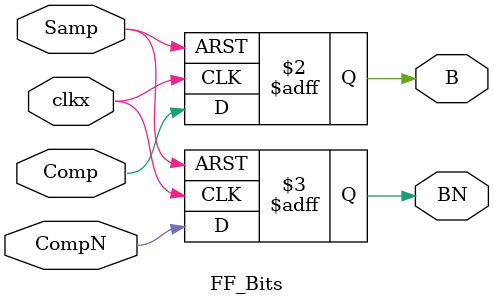
<source format=v>
module ADC_SAR_Logic_Monotonic(
    `ifdef USE_POWER_PINS
        inout vdd,	// User area 1 1.8V supply
        inout vss,	// User area 1 digital ground
    `endif
    input Comp, CompN, Samp, clk,
    output eoc,
    output [9:0] B,
    output [9:0] BN
);

reg [10:0] clkx;
assign eoc = clkx[0];

    always @(posedge clk or posedge Samp) begin
        if (Samp) begin
            clkx <= 11'd0;
        end else begin
            clkx[10] <= 1'b1;
            clkx[9:0] <= clkx[10:1];
        end
    end

    FF_Bits FF_B9(
        .Comp(Comp),
        .CompN(CompN),
        .Samp(Samp),
        .clkx(clkx[10]),
        .B(B[9]),
        .BN(BN[9])
    );

    FF_Bits FF_B8(
        .Comp(Comp),
        .CompN(CompN),
        .Samp(Samp),
        .clkx(clkx[9]),
        .B(B[8]),
        .BN(BN[8])
    );

    FF_Bits FF_B7(
        .Comp(Comp),
        .CompN(CompN),
        .Samp(Samp),
        .clkx(clkx[8]),
        .B(B[7]),
        .BN(BN[7])
    );

    FF_Bits FF_B6(
        .Comp(Comp),
        .CompN(CompN),
        .Samp(Samp),
        .clkx(clkx[7]),
        .B(B[6]),
        .BN(BN[6])
    );

    FF_Bits FF_B5(
        .Comp(Comp),
        .CompN(CompN),
        .Samp(Samp),
        .clkx(clkx[6]),
        .B(B[5]),
        .BN(BN[5])
    );

    FF_Bits FF_B4(
        .Comp(Comp),
        .CompN(CompN),
        .Samp(Samp),
        .clkx(clkx[5]),
        .B(B[4]),
        .BN(BN[4])
    );

    FF_Bits FF_B3(
        .Comp(Comp),
        .CompN(CompN),
        .Samp(Samp),
        .clkx(clkx[4]),
        .B(B[3]),
        .BN(BN[3])
    );

    FF_Bits FF_B2(
        .Comp(Comp),
        .CompN(CompN),
        .Samp(Samp),
        .clkx(clkx[3]),
        .B(B[2]),
        .BN(BN[2])
    );

    FF_Bits FF_B1(
        .Comp(Comp),
        .CompN(CompN),
        .Samp(Samp),
        .clkx(clkx[2]),
        .B(B[1]),
        .BN(BN[1])
    );

    FF_Bits FF_B0(
        .Comp(Comp),
        .CompN(CompN),
        .Samp(Samp),
        .clkx(clkx[1]),
        .B(B[0]),
        .BN(BN[0])
    );

endmodule

//FlipFlops Module to save space

module FF_Bits(
    input Comp, CompN, Samp, clkx,
    output reg B, BN
);

    always @(posedge clkx or posedge Samp) begin
        if (Samp) begin
            B <= 0;
            BN <= 0;
        end else begin
            B <= Comp;
            BN <= CompN;
        end
    end

endmodule
</source>
